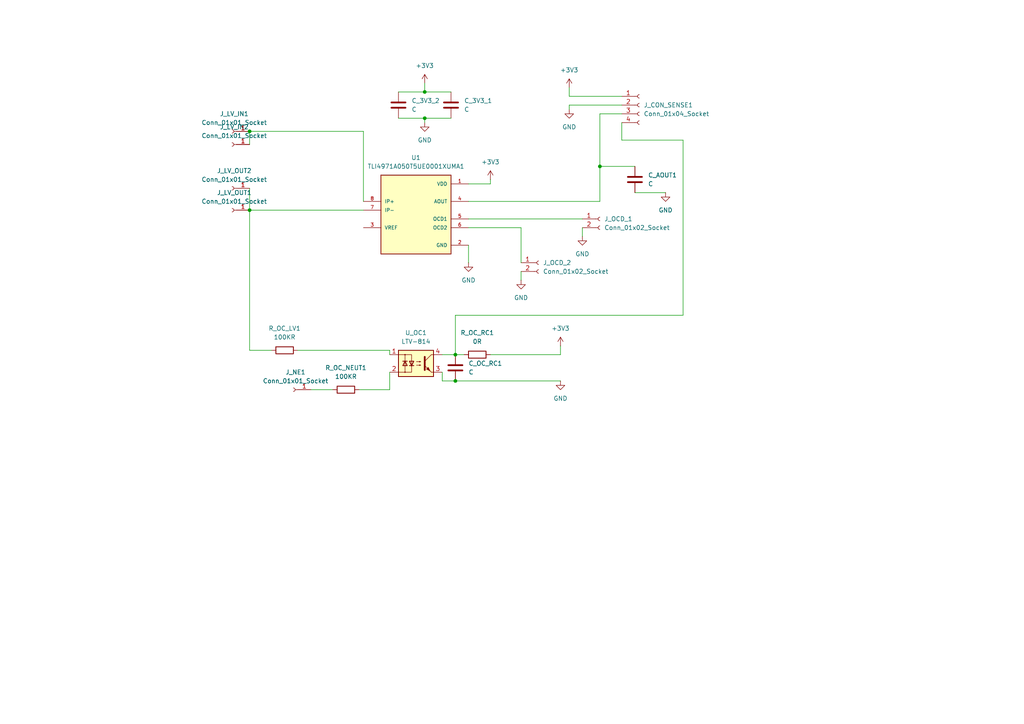
<source format=kicad_sch>
(kicad_sch (version 20231120) (generator "eeschema") (generator_version "8.0")
  (paper "A4")
  (lib_symbols
    (symbol "Connector:Conn_01x01_Socket" (pin_names (offset 1.016) hide)
      (property "Reference" "J" (at 0 2.54 0))
      (property "Value" "Conn_01x01_Socket" (at 0 -2.54 0))
      (symbol "Conn_01x01_Socket_1_1"
        (polyline (pts (xy -1.27 0) (xy -0.508 0)) (stroke (width 0.1524)))
        (arc (start 0 0.508) (mid -0.5058 0) (end 0 -0.508) (stroke (width 0.1524)))
        (pin passive line (at -5.08 0 0) (length 3.81) (name "Pin_1") (number "1"))
      )
    )
    (symbol "Connector:Conn_01x02_Socket" (pin_names (offset 1.016) hide)
      (property "Reference" "J" (at 0 2.54 0))
      (property "Value" "Conn_01x02_Socket" (at 0 -5.08 0))
      (symbol "Conn_01x02_Socket_1_1"
        (arc (start 0 -2.032) (mid -0.5058 -2.54) (end 0 -3.048) (stroke (width 0.1524)))
        (polyline (pts (xy -1.27 -2.54) (xy -0.508 -2.54)) (stroke (width 0.1524)))
        (polyline (pts (xy -1.27 0) (xy -0.508 0)) (stroke (width 0.1524)))
        (arc (start 0 0.508) (mid -0.5058 0) (end 0 -0.508) (stroke (width 0.1524)))
        (pin passive line (at -5.08 0 0) (length 3.81) (name "Pin_1") (number "1"))
        (pin passive line (at -5.08 -2.54 0) (length 3.81) (name "Pin_2") (number "2"))
      )
    )
    (symbol "Connector:Conn_01x04_Socket" (pin_names (offset 1.016) hide)
      (property "Reference" "J" (at 0 5.08 0))
      (property "Value" "Conn_01x04_Socket" (at 0 -7.62 0))
      (symbol "Conn_01x04_Socket_1_1"
        (arc (start 0 -4.572) (mid -0.5058 -5.08) (end 0 -5.588) (stroke (width 0.1524)))
        (arc (start 0 -2.032) (mid -0.5058 -2.54) (end 0 -3.048) (stroke (width 0.1524)))
        (polyline (pts (xy -1.27 -5.08) (xy -0.508 -5.08)) (stroke (width 0.1524)))
        (polyline (pts (xy -1.27 -2.54) (xy -0.508 -2.54)) (stroke (width 0.1524)))
        (polyline (pts (xy -1.27 0) (xy -0.508 0)) (stroke (width 0.1524)))
        (polyline (pts (xy -1.27 2.54) (xy -0.508 2.54)) (stroke (width 0.1524)))
        (arc (start 0 0.508) (mid -0.5058 0) (end 0 -0.508) (stroke (width 0.1524)))
        (arc (start 0 3.048) (mid -0.5058 2.54) (end 0 2.032) (stroke (width 0.1524)))
        (pin passive line (at -5.08 2.54 0) (length 3.81) (name "Pin_1") (number "1"))
        (pin passive line (at -5.08 0 0) (length 3.81) (name "Pin_2") (number "2"))
        (pin passive line (at -5.08 -2.54 0) (length 3.81) (name "Pin_3") (number "3"))
        (pin passive line (at -5.08 -5.08 0) (length 3.81) (name "Pin_4") (number "4"))
      )
    )
    (symbol "Device:C" (pin_numbers hide) (pin_names (offset 0.254))
      (property "Reference" "C" (at 0.635 2.54 0))
      (property "Value" "C" (at 0.635 -2.54 0))
      (symbol "C_0_1"
        (polyline (pts (xy -2.032 -0.762) (xy 2.032 -0.762)) (stroke (width 0.508)))
        (polyline (pts (xy -2.032 0.762) (xy 2.032 0.762)) (stroke (width 0.508)))
      )
      (symbol "C_1_1"
        (pin passive line (at 0 3.81 270) (length 2.794) (name "~") (number "1"))
        (pin passive line (at 0 -3.81 90) (length 2.794) (name "~") (number "2"))
      )
    )
    (symbol "Device:R" (pin_numbers hide) (pin_names (offset 0))
      (property "Reference" "R" (at 2.032 0 90))
      (property "Value" "R" (at 0 0 90))
      (symbol "R_0_1"
        (rectangle (start -1.016 -2.54) (end 1.016 2.54) (stroke (width 0.254)))
      )
      (symbol "R_1_1"
        (pin passive line (at 0 3.81 270) (length 1.27) (name "~") (number "1"))
        (pin passive line (at 0 -3.81 90) (length 1.27) (name "~") (number "2"))
      )
    )
    (symbol "Isolator:LTV-814" (pin_names (offset 1.016))
      (property "Reference" "U" (at -5.08 5.08 0))
      (property "Value" "LTV-814" (at 0 5.08 0))
      (symbol "LTV-814_0_1"
        (rectangle (start -5.08 3.81) (end 5.08 -3.81) (stroke (width 0.254)) (fill (type background)))
        (circle (center -3.175 -2.54) (radius 0.127))
        (circle (center -3.175 2.54) (radius 0.127))
        (polyline (pts (xy -3.175 2.54) (xy -3.175 -2.54)))
        (polyline (pts (xy -1.905 -0.635) (xy -0.635 -0.635)) (stroke (width 0.254)))
        (polyline (pts (xy 2.54 0.635) (xy 4.445 2.54)))
        (polyline (pts (xy 4.445 -2.54) (xy 2.54 -0.635)) (fill (type outline)))
        (polyline (pts (xy 4.445 -2.54) (xy 5.08 -2.54)))
        (polyline (pts (xy 4.445 2.54) (xy 5.08 2.54)))
        (polyline (pts (xy -5.08 2.54) (xy -1.27 2.54) (xy -1.27 -0.762)))
        (polyline (pts (xy -1.27 -0.635) (xy -1.27 -2.54) (xy -5.08 -2.54)))
        (polyline (pts (xy 2.54 1.905) (xy 2.54 -1.905) (xy 2.54 -1.905)) (stroke (width 0.508)))
        (polyline (pts (xy -1.27 -0.635) (xy -1.905 0.635) (xy -0.635 0.635) (xy -1.27 -0.635)) (stroke (width 0.254)))
        (polyline (pts (xy 0.127 -0.508) (xy 1.397 -0.508) (xy 1.016 -0.635) (xy 1.016 -0.381) (xy 1.397 -0.508)))
        (polyline (pts (xy 0.127 0.508) (xy 1.397 0.508) (xy 1.016 0.381) (xy 1.016 0.635) (xy 1.397 0.508)))
        (polyline (pts (xy 3.048 -1.651) (xy 3.556 -1.143) (xy 4.064 -2.159) (xy 3.048 -1.651) (xy 3.048 -1.651)) (fill (type outline)))
      )
      (symbol "LTV-814_1_1"
        (polyline (pts (xy -3.81 0.635) (xy -2.54 0.635)) (stroke (width 0.254)))
        (polyline (pts (xy -3.175 0.635) (xy -3.81 -0.635) (xy -2.54 -0.635) (xy -3.175 0.635)) (stroke (width 0.254)))
        (pin passive line (at -7.62 2.54 0) (length 2.54) (name "~") (number "1"))
        (pin passive line (at -7.62 -2.54 0) (length 2.54) (name "~") (number "2"))
        (pin passive line (at 7.62 -2.54 180) (length 2.54) (name "~") (number "3"))
        (pin passive line (at 7.62 2.54 180) (length 2.54) (name "~") (number "4"))
      )
    )
    (symbol "TLI4971A050T5UE0001XUMA1:TLI4971A050T5UE0001XUMA1" (pin_names (offset 1.016))
      (property "Reference" "U" (at -10.16 11.049 0))
      (property "Value" "TLI4971A050T5UE0001XUMA1" (at -10.16 -15.24 0))
      (symbol "TLI4971A050T5UE0001XUMA1_0_0"
        (rectangle (start -10.16 -12.7) (end 10.16 10.16) (stroke (width 0.254)) (fill (type background)))
        (pin power_in line (at 15.24 7.62 180) (length 5.08) (name "VDD") (number "1"))
        (pin power_in line (at 15.24 -10.16 180) (length 5.08) (name "GND") (number "2"))
        (pin bidirectional line (at -15.24 -5.08 0) (length 5.08) (name "VREF") (number "3"))
        (pin output line (at 15.24 2.54 180) (length 5.08) (name "AOUT") (number "4"))
        (pin output line (at 15.24 -2.54 180) (length 5.08) (name "OCD1") (number "5"))
        (pin output line (at 15.24 -5.08 180) (length 5.08) (name "OCD2") (number "6"))
        (pin input line (at -15.24 0 0) (length 5.08) (name "IP-") (number "7"))
        (pin input line (at -15.24 2.54 0) (length 5.08) (name "IP+") (number "8"))
      )
    )
    (symbol "power:+3V3" (power) (pin_numbers hide) (pin_names (offset 0) hide)
      (property "Value" "+3V3" (at 0 3.556 0))
      (symbol "+3V3_0_1"
        (polyline (pts (xy -0.762 1.27) (xy 0 2.54)))
        (polyline (pts (xy 0 0) (xy 0 2.54)))
        (polyline (pts (xy 0 2.54) (xy 0.762 1.27)))
      )
      (symbol "+3V3_1_1"
        (pin power_in line (at 0 0 90) (length 0) (name "~") (number "1"))
      )
    )
    (symbol "power:GND" (power) (pin_numbers hide) (pin_names (offset 0) hide)
      (property "Value" "GND" (at 0 -3.81 0))
      (symbol "GND_0_1"
        (polyline (pts (xy 0 0) (xy 0 -1.27) (xy 1.27 -1.27) (xy 0 -2.54) (xy -1.27 -1.27) (xy 0 -1.27)))
      )
      (symbol "GND_1_1"
        (pin power_in line (at 0 0 270) (length 0) (name "~") (number "1"))
      )
    )
  )
  (junction (at 173.99 48.26))
  (junction (at 132.08 102.87))
  (junction (at 123.19 34.29))
  (junction (at 132.08 110.49))
  (junction (at 72.39 38.1))
  (junction (at 123.19 26.67))
  (junction (at 72.39 60.96))
  (wire (pts (xy 113.03 101.6) (xy 113.03 102.87)))
  (wire (pts (xy 173.99 33.02) (xy 180.34 33.02)))
  (wire (pts (xy 132.08 91.44) (xy 198.12 91.44)))
  (wire (pts (xy 105.41 38.1) (xy 105.41 58.42)))
  (wire (pts (xy 198.12 91.44) (xy 198.12 40.64)))
  (wire (pts (xy 198.12 40.64) (xy 180.34 40.64)))
  (wire (pts (xy 173.99 48.26) (xy 184.15 48.26)))
  (wire (pts (xy 168.91 66.04) (xy 168.91 68.58)))
  (wire (pts (xy 142.24 52.07) (xy 142.24 53.34)))
  (wire (pts (xy 115.57 26.67) (xy 123.19 26.67)))
  (wire (pts (xy 128.27 110.49) (xy 132.08 110.49)))
  (wire (pts (xy 113.03 113.03) (xy 104.14 113.03)))
  (wire (pts (xy 165.1 30.48) (xy 165.1 31.75)))
  (wire (pts (xy 165.1 27.94) (xy 180.34 27.94)))
  (wire (pts (xy 135.89 71.12) (xy 135.89 76.2)))
  (wire (pts (xy 130.81 34.29) (xy 123.19 34.29)))
  (wire (pts (xy 132.08 102.87) (xy 134.62 102.87)))
  (wire (pts (xy 72.39 60.96) (xy 72.39 101.6)))
  (wire (pts (xy 173.99 48.26) (xy 173.99 33.02)))
  (wire (pts (xy 165.1 25.4) (xy 165.1 27.94)))
  (wire (pts (xy 142.24 53.34) (xy 135.89 53.34)))
  (wire (pts (xy 90.17 113.03) (xy 96.52 113.03)))
  (wire (pts (xy 142.24 102.87) (xy 162.56 102.87)))
  (wire (pts (xy 184.15 55.88) (xy 193.04 55.88)))
  (wire (pts (xy 123.19 26.67) (xy 123.19 24.13)))
  (wire (pts (xy 128.27 102.87) (xy 132.08 102.87)))
  (wire (pts (xy 72.39 101.6) (xy 78.74 101.6)))
  (wire (pts (xy 151.13 78.74) (xy 151.13 81.28)))
  (wire (pts (xy 162.56 100.33) (xy 162.56 102.87)))
  (wire (pts (xy 72.39 60.96) (xy 105.41 60.96)))
  (wire (pts (xy 123.19 26.67) (xy 130.81 26.67)))
  (wire (pts (xy 132.08 102.87) (xy 132.08 91.44)))
  (wire (pts (xy 180.34 40.64) (xy 180.34 35.56)))
  (wire (pts (xy 123.19 34.29) (xy 123.19 35.56)))
  (wire (pts (xy 128.27 107.95) (xy 128.27 110.49)))
  (wire (pts (xy 173.99 58.42) (xy 173.99 48.26)))
  (wire (pts (xy 72.39 54.61) (xy 72.39 60.96)))
  (wire (pts (xy 132.08 110.49) (xy 162.56 110.49)))
  (wire (pts (xy 135.89 63.5) (xy 168.91 63.5)))
  (wire (pts (xy 72.39 38.1) (xy 72.39 41.91)))
  (wire (pts (xy 115.57 34.29) (xy 123.19 34.29)))
  (wire (pts (xy 135.89 66.04) (xy 151.13 66.04)))
  (wire (pts (xy 135.89 58.42) (xy 173.99 58.42)))
  (wire (pts (xy 180.34 30.48) (xy 165.1 30.48)))
  (wire (pts (xy 151.13 66.04) (xy 151.13 76.2)))
  (wire (pts (xy 72.39 38.1) (xy 105.41 38.1)))
  (wire (pts (xy 113.03 107.95) (xy 113.03 113.03)))
  (wire (pts (xy 86.36 101.6) (xy 113.03 101.6)))
  (symbol (lib_id "power:+3V3") (at 123.19 24.13 0) (unit 1)
    (property "Reference" "#PWR09" (effects (hide yes)))
    (property "Value" "+3V3" (at 123.19 19.05 0))
    (property "Description" "Power symbol creates a global label with name \"+3V3\"" (effects (hide yes)))
  )
  (symbol (lib_id "Connector:Conn_01x01_Socket") (at 67.31 41.91 180) (unit 1)
    (property "Reference" "J_LV_IN2" (at 67.945 36.83 0))
    (property "Value" "Conn_01x01_Socket" (at 67.945 39.37 0))
    (property "Footprint" "Connector_Wire:SolderWirePad_1x01_SMD_5x10mm" (effects (hide yes)))
    (property "Description" "Generic connector, single row, 01x01, script generated" (effects (hide yes)))
  )
  (symbol (lib_id "power:GND") (at 165.1 31.75 0) (unit 1)
    (property "Reference" "#PWR02" (effects (hide yes)))
    (property "Value" "GND" (at 165.1 36.83 0))
    (property "Description" "Power symbol creates a global label with name \"GND\" , ground" (effects (hide yes)))
  )
  (symbol (lib_id "power:GND") (at 135.89 76.2 0) (unit 1)
    (property "Reference" "#PWR05" (effects (hide yes)))
    (property "Value" "GND" (at 135.89 81.28 0))
    (property "Description" "Power symbol creates a global label with name \"GND\" , ground" (effects (hide yes)))
  )
  (symbol (lib_id "power:+3V3") (at 165.1 25.4 0) (unit 1)
    (property "Reference" "#PWR01" (effects (hide yes)))
    (property "Value" "+3V3" (at 165.1 20.32 0))
    (property "Description" "Power symbol creates a global label with name \"+3V3\"" (effects (hide yes)))
  )
  (symbol (lib_id "Connector:Conn_01x01_Socket") (at 85.09 113.03 180) (unit 1)
    (property "Reference" "J_NE1" (at 85.725 107.95 0))
    (property "Value" "Conn_01x01_Socket" (at 85.725 110.49 0))
    (property "Footprint" "Connector_Wire:SolderWire-2.5sqmm_1x01_D2.4mm_OD3.6mm" (effects (hide yes)))
    (property "Description" "Generic connector, single row, 01x01, script generated" (effects (hide yes)))
  )
  (symbol (lib_id "Device:R") (at 82.55 101.6 270) (unit 1)
    (property "Reference" "R_OC_LV1" (at 82.55 95.25 90))
    (property "Value" "100KR" (at 82.55 97.79 90))
    (property "Footprint" "Resistor_THT:R_Axial_DIN0617_L17.0mm_D6.0mm_P20.32mm_Horizontal" (effects (hide yes)))
    (property "Description" "Resistor" (effects (hide yes)))
  )
  (symbol (lib_id "power:+3V3") (at 162.56 100.33 0) (unit 1)
    (property "Reference" "#PWR07" (effects (hide yes)))
    (property "Value" "+3V3" (at 162.56 95.25 0))
    (property "Description" "Power symbol creates a global label with name \"+3V3\"" (effects (hide yes)))
  )
  (symbol (lib_id "Device:C") (at 184.15 52.07 0) (unit 1)
    (property "Reference" "C_AOUT1" (at 187.96 50.7999 0) (effects (justify left)))
    (property "Value" "C" (at 187.96 53.3399 0) (effects (justify left)))
    (property "Footprint" "Capacitor_THT:C_Disc_D3.8mm_W2.6mm_P2.50mm" (effects (hide yes)))
    (property "Description" "Unpolarized capacitor" (effects (hide yes)))
  )
  (symbol (lib_id "Connector:Conn_01x02_Socket") (at 156.21 76.2 0) (unit 1)
    (property "Reference" "J_OCD_2" (at 157.48 76.1999 0) (effects (justify left)))
    (property "Value" "Conn_01x02_Socket" (at 157.48 78.7399 0) (effects (justify left)))
    (property "Footprint" "Connector_PinHeader_2.54mm:PinHeader_1x02_P2.54mm_Vertical" (effects (hide yes)))
    (property "Description" "Generic connector, single row, 01x02, script generated" (effects (hide yes)))
  )
  (symbol (lib_id "Connector:Conn_01x04_Socket") (at 185.42 30.48 0) (unit 1)
    (property "Reference" "J_CON_SENSE1" (at 186.69 30.4799 0) (effects (justify left)))
    (property "Value" "Conn_01x04_Socket" (at 186.69 33.0199 0) (effects (justify left)))
    (property "Footprint" "Connector_PinHeader_2.54mm:PinHeader_1x04_P2.54mm_Vertical" (effects (hide yes)))
    (property "Description" "Generic connector, single row, 01x04, script generated" (effects (hide yes)))
  )
  (symbol (lib_id "power:GND") (at 168.91 68.58 0) (unit 1)
    (property "Reference" "#PWR03" (effects (hide yes)))
    (property "Value" "GND" (at 168.91 73.66 0))
    (property "Description" "Power symbol creates a global label with name \"GND\" , ground" (effects (hide yes)))
  )
  (symbol (lib_id "Connector:Conn_01x01_Socket") (at 67.31 38.1 180) (unit 1)
    (property "Reference" "J_LV_IN1" (at 67.945 33.02 0))
    (property "Value" "Conn_01x01_Socket" (at 67.945 35.56 0))
    (property "Footprint" "Connector_Wire:SolderWire-2.5sqmm_1x01_D2.4mm_OD3.6mm" (effects (hide yes)))
    (property "Description" "Generic connector, single row, 01x01, script generated" (effects (hide yes)))
  )
  (symbol (lib_id "power:GND") (at 123.19 35.56 0) (unit 1)
    (property "Reference" "#PWR010" (effects (hide yes)))
    (property "Value" "GND" (at 123.19 40.64 0))
    (property "Description" "Power symbol creates a global label with name \"GND\" , ground" (effects (hide yes)))
  )
  (symbol (lib_id "power:GND") (at 162.56 110.49 0) (unit 1)
    (property "Reference" "#PWR08" (effects (hide yes)))
    (property "Value" "GND" (at 162.56 115.57 0))
    (property "Description" "Power symbol creates a global label with name \"GND\" , ground" (effects (hide yes)))
  )
  (symbol (lib_id "Device:C") (at 130.81 30.48 0) (unit 1)
    (property "Reference" "C_3V3_1" (at 134.62 29.2099 0) (effects (justify left)))
    (property "Value" "C" (at 134.62 31.7499 0) (effects (justify left)))
    (property "Footprint" "Capacitor_THT:C_Disc_D3.8mm_W2.6mm_P2.50mm" (effects (hide yes)))
    (property "Description" "Unpolarized capacitor" (effects (hide yes)))
  )
  (symbol (lib_id "Connector:Conn_01x01_Socket") (at 67.31 54.61 180) (unit 1)
    (property "Reference" "J_LV_OUT2" (at 67.945 49.53 0))
    (property "Value" "Conn_01x01_Socket" (at 67.945 52.07 0))
    (property "Footprint" "Connector_Wire:SolderWirePad_1x01_SMD_5x10mm" (effects (hide yes)))
    (property "Description" "Generic connector, single row, 01x01, script generated" (effects (hide yes)))
  )
  (symbol (lib_id "power:GND") (at 193.04 55.88 0) (unit 1)
    (property "Reference" "#PWR011" (effects (hide yes)))
    (property "Value" "GND" (at 193.04 60.96 0))
    (property "Description" "Power symbol creates a global label with name \"GND\" , ground" (effects (hide yes)))
  )
  (symbol (lib_id "Device:R") (at 100.33 113.03 270) (unit 1)
    (property "Reference" "R_OC_NEUT1" (at 100.33 106.68 90))
    (property "Value" "100KR" (at 100.33 109.22 90))
    (property "Footprint" "Resistor_THT:R_Axial_DIN0617_L17.0mm_D6.0mm_P20.32mm_Horizontal" (effects (hide yes)))
    (property "Description" "Resistor" (effects (hide yes)))
  )
  (symbol (lib_id "power:GND") (at 151.13 81.28 0) (unit 1)
    (property "Reference" "#PWR04" (effects (hide yes)))
    (property "Value" "GND" (at 151.13 86.36 0))
    (property "Description" "Power symbol creates a global label with name \"GND\" , ground" (effects (hide yes)))
  )
  (symbol (lib_id "TLI4971A050T5UE0001XUMA1:TLI4971A050T5UE0001XUMA1") (at 120.65 60.96 0) (unit 1)
    (property "Reference" "U1" (at 120.65 45.72 0))
    (property "Value" "TLI4971A050T5UE0001XUMA1" (at 120.65 48.26 0))
    (property "Footprint" "TLI4971A050T5UE0001XUMA1:IC_TLI4971A050T5UE0001XUMA1" (effects (hide yes)))
    (property "MF" "Infineon Technologies" (effects (hide yes)))
    (property "MAXIMUM_PACKAGE_HEIGHT" "1.1 mm" (effects (hide yes)))
    (property "Package" "PowerTDFN-8 Infineon Technologies" (effects (hide yes)))
    (property "Price" "None" (effects (hide yes)))
    (property "Check_prices" "https://www.snapeda.com/parts/TLI4971A050T5UE0001XUMA1/Infineon/view-part/?ref=eda" (effects (hide yes)))
    (property "STANDARD" "Manufacturer Recommendations" (effects (hide yes)))
    (property "PARTREV" "1.20" (effects (hide yes)))
    (property "SnapEDA_Link" "https://www.snapeda.com/parts/TLI4971A050T5UE0001XUMA1/Infineon/view-part/?ref=snap" (effects (hide yes)))
    (property "MP" "TLI4971A050T5UE0001XUMA1" (effects (hide yes)))
    (property "Description_1" "\n                        \n                            Current Sensor 50A 1 Channel Hall Effect, Open Loop Unidirectional 8-PowerTDFN\n                        \n" (effects (hide yes)))
    (property "Availability" "In Stock" (effects (hide yes)))
    (property "MANUFACTURER" "Infineon Technologies" (effects (hide yes)))
  )
  (symbol (lib_id "Device:C") (at 115.57 30.48 0) (unit 1)
    (property "Reference" "C_3V3_2" (at 119.38 29.2099 0) (effects (justify left)))
    (property "Value" "C" (at 119.38 31.7499 0) (effects (justify left)))
    (property "Footprint" "Capacitor_THT:C_Disc_D3.8mm_W2.6mm_P2.50mm" (effects (hide yes)))
    (property "Description" "Unpolarized capacitor" (effects (hide yes)))
  )
  (symbol (lib_id "Connector:Conn_01x01_Socket") (at 67.31 60.96 180) (unit 1)
    (property "Reference" "J_LV_OUT1" (at 67.945 55.88 0))
    (property "Value" "Conn_01x01_Socket" (at 67.945 58.42 0))
    (property "Footprint" "Connector_Wire:SolderWire-2.5sqmm_1x01_D2.4mm_OD3.6mm" (effects (hide yes)))
    (property "Description" "Generic connector, single row, 01x01, script generated" (effects (hide yes)))
  )
  (symbol (lib_id "Connector:Conn_01x02_Socket") (at 173.99 63.5 0) (unit 1)
    (property "Reference" "J_OCD_1" (at 175.26 63.4999 0) (effects (justify left)))
    (property "Value" "Conn_01x02_Socket" (at 175.26 66.0399 0) (effects (justify left)))
    (property "Footprint" "Connector_PinHeader_2.54mm:PinHeader_1x02_P2.54mm_Vertical" (effects (hide yes)))
    (property "Description" "Generic connector, single row, 01x02, script generated" (effects (hide yes)))
  )
  (symbol (lib_id "power:+3V3") (at 142.24 52.07 0) (unit 1)
    (property "Reference" "#PWR06" (effects (hide yes)))
    (property "Value" "+3V3" (at 142.24 46.99 0))
    (property "Description" "Power symbol creates a global label with name \"+3V3\"" (effects (hide yes)))
  )
  (symbol (lib_id "Isolator:LTV-814") (at 120.65 105.41 0) (unit 1)
    (property "Reference" "U_OC1" (at 120.65 96.52 0))
    (property "Value" "LTV-814" (at 120.65 99.06 0))
    (property "Footprint" "Package_DIP:DIP-4_W7.62mm" (effects (hide yes)))
    (property "Datasheet" "https://optoelectronics.liteon.com/upload/download/DS-70-96-0013/LTV-8X4%20series%20201509.pdf" (effects (hide yes)))
    (property "Description" "AC/DC Optocoupler, Vce 35V, CTR 20%, DIP4" (effects (hide yes)))
  )
  (symbol (lib_id "Device:C") (at 132.08 106.68 0) (unit 1)
    (property "Reference" "C_OC_RC1" (at 135.89 105.4099 0) (effects (justify left)))
    (property "Value" "C" (at 135.89 107.9499 0) (effects (justify left)))
    (property "Footprint" "Capacitor_THT:C_Disc_D5.0mm_W2.5mm_P5.00mm" (effects (hide yes)))
    (property "Description" "Unpolarized capacitor" (effects (hide yes)))
  )
  (symbol (lib_id "Device:R") (at 138.43 102.87 270) (unit 1)
    (property "Reference" "R_OC_RC1" (at 138.43 96.52 90))
    (property "Value" "0R" (at 138.43 99.06 90))
    (property "Footprint" "Resistor_THT:R_Axial_DIN0207_L6.3mm_D2.5mm_P10.16mm_Horizontal" (effects (hide yes)))
    (property "Description" "Resistor" (effects (hide yes)))
  )
)
</source>
